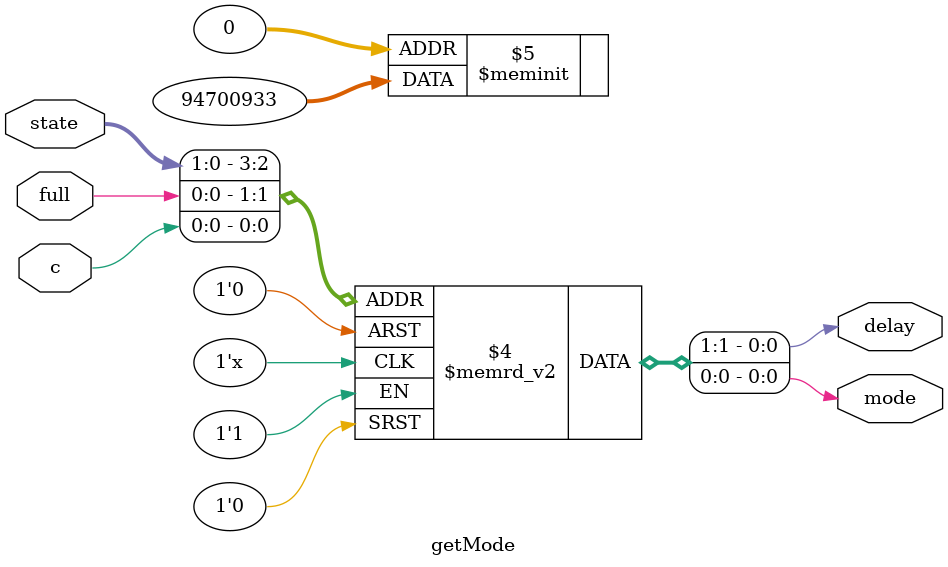
<source format=v>
module getMode (state, full, c, mode, delay);
input [1:0] state;
input full,c;
output	mode,delay;
reg mode,delay;

always@(state,full,c) begin
case ({state,full,c})
	4'b0010,
	4'b0110,
	4'b0111,
	4'b1110,
	4'b1111: begin	 
		mode = 	1'b0;
		delay = 	1'b0;
	end
	4'b0011,
	4'b1010,
	4'b1011: begin
		mode = 	1'b0;
		delay = 	1'b1;
	end
	default: begin 
		mode = 	1'b1;
		delay = 	1'b0;
	end
	endcase
	end
endmodule
	
</source>
